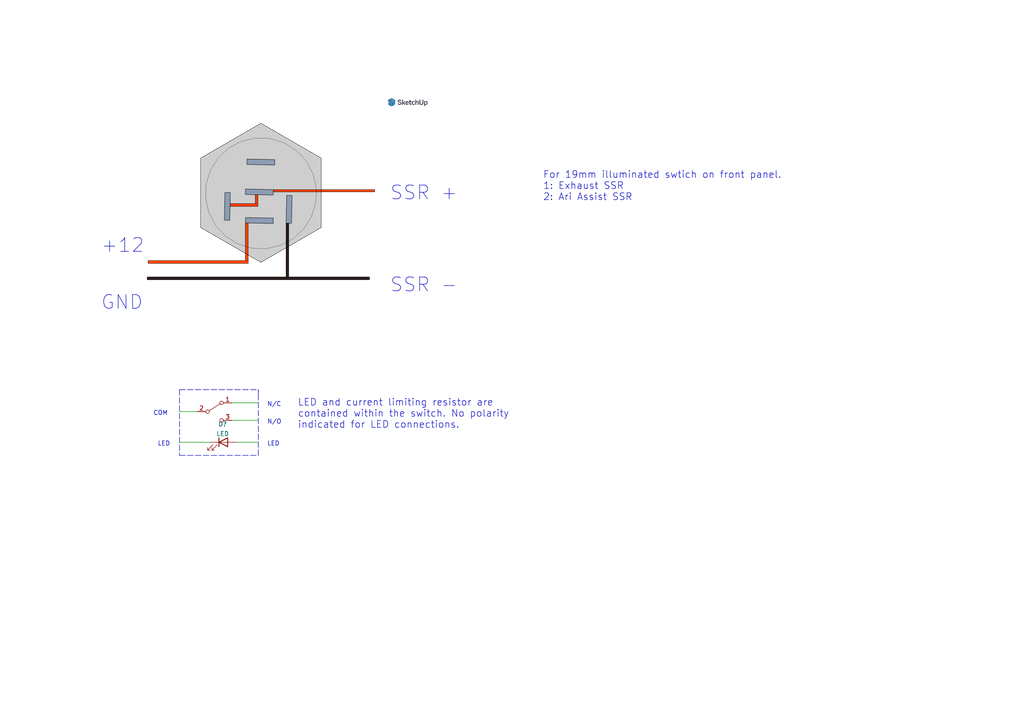
<source format=kicad_sch>
(kicad_sch (version 20210621) (generator eeschema)
  (paper "A4")
  (title_block (title "SSR Front Panel wiring") (date "2021-08-11") (company "Hobart Makers") (comment 1 "Geoff Steer"))
  (lib_symbols
    (symbol "Device:LED" (pin_numbers hide) (pin_names (offset 1.016) hide)
      (property "Reference" "D" (at 0 2.54 0))
      (property "Value" "LED" (at 0 -2.54 0))
      (symbol "LED_0_1"
        (polyline (pts (xy -1.27 -1.27) (xy -1.27 1.27)) (stroke (width 0.254)))
        (polyline (pts (xy -1.27 0) (xy 1.27 0)))
        (polyline (pts (xy 1.27 -1.27) (xy 1.27 1.27) (xy -1.27 0) (xy 1.27 -1.27)) (stroke (width 0.254)))
        (polyline (pts (xy -3.048 -0.762) (xy -4.572 -2.286) (xy -3.81 -2.286) (xy -4.572 -2.286) (xy -4.572 -1.524)))
        (polyline (pts (xy -1.778 -0.762) (xy -3.302 -2.286) (xy -2.54 -2.286) (xy -3.302 -2.286) (xy -3.302 -1.524)))
      )
      (symbol "LED_1_1"
        (pin passive line (at -3.81 0 0) (length 2.54) (name "K") (number "1"))
        (pin passive line (at 3.81 0 180) (length 2.54) (name "A") (number "2"))
      )
    )
    (symbol "Switch:SW_SPDT" (pin_names (offset 0) hide)
      (property "Reference" "SW" (at 0 4.318 0))
      (property "Value" "SW_SPDT" (at 0 -5.08 0))
      (symbol "SW_SPDT_0_0"
        (circle (center -2.032 0) (radius 0.508))
        (circle (center 2.032 -2.54) (radius 0.508))
      )
      (symbol "SW_SPDT_0_1"
        (circle (center 2.032 2.54) (radius 0.508))
        (polyline (pts (xy -1.524 0.254) (xy 1.651 2.286)))
      )
      (symbol "SW_SPDT_1_1"
        (pin passive line (at 5.08 2.54 180) (length 2.54) (name "A") (number "1"))
        (pin passive line (at -5.08 0 0) (length 2.54) (name "B") (number "2"))
        (pin passive line (at 5.08 -2.54 180) (length 2.54) (name "C") (number "3"))
      )
    )
  )
  (wire (pts (xy 52.07 119.38) (xy 57.15 119.38)))
  (wire (pts (xy 52.07 128.27) (xy 60.96 128.27)))
  (wire (pts (xy 67.31 116.84) (xy 74.93 116.84)))
  (wire (pts (xy 67.31 121.92) (xy 74.93 121.92)))
  (wire (pts (xy 68.58 128.27) (xy 74.93 128.27)))
  (polyline (pts (xy 52.07 113.03) (xy 52.07 132.08)) (stroke (width 0) (type dash)))
  (polyline (pts (xy 52.07 113.03) (xy 74.93 113.03)) (stroke (width 0) (type dash)))
  (polyline (pts (xy 52.07 132.08) (xy 74.93 132.08)) (stroke (width 0) (type dash)))
  (polyline (pts (xy 74.93 113.03) (xy 74.93 114.3)) (stroke (width 0) (type dash)))
  (polyline (pts (xy 74.93 132.08) (xy 74.93 113.03)) (stroke (width 0) (type dash)))
  (image (at 82.55 58.42) (scale 0.633129))
  (text "+12" (at 29.21 73.66 0) (effects (font (size 4 4)) (justify left bottom)))
  (text "GND" (at 29.21 90.17 0) (effects (font (size 4 4)) (justify left bottom)))
  (text "COM" (at 44.45 120.65 0) (effects (font (size 1.27 1.27)) (justify left bottom)))
  (text "LED" (at 45.72 129.54 0) (effects (font (size 1.27 1.27)) (justify left bottom)))
  (text "N/C" (at 77.47 118.11 0) (effects (font (size 1.27 1.27)) (justify left bottom)))
  (text "N/O" (at 77.47 123.19 0) (effects (font (size 1.27 1.27)) (justify left bottom)))
  (text "LED" (at 77.47 129.54 0) (effects (font (size 1.27 1.27)) (justify left bottom)))
  (text "LED and current limiting resistor are\ncontained within the switch. No polarity\nindicated for LED connections." (at 86.36 124.46 0) (effects (font (size 2 2)) (justify left bottom)))
  (text "SSR +" (at 113.03 58.42 0) (effects (font (size 4 4)) (justify left bottom)))
  (text "SSR -" (at 113.03 85.09 0) (effects (font (size 4 4)) (justify left bottom)))
  (text "For 19mm illuminated swtich on front panel.\n1: Exhaust SSR\n2: Ari Assist SSR" (at 157.48 58.42 0) (effects (font (size 2 2)) (justify left bottom)))
  (symbol (lib_id "Device:LED") (at 64.77 128.27 0) (unit 1)
    (property "Reference" "D?" (at 64.5795 123.0334 0))
    (property "Value" "LED" (at 64.5795 125.8085 0))
  )
  (symbol (lib_id "Switch:SW_SPDT") (at 62.23 119.38 0) (unit 1)
    (property "Reference" "SW?" (effects hide))
    (property "Value" "SW_SPDT" (effects hide))
  )
)
</source>
